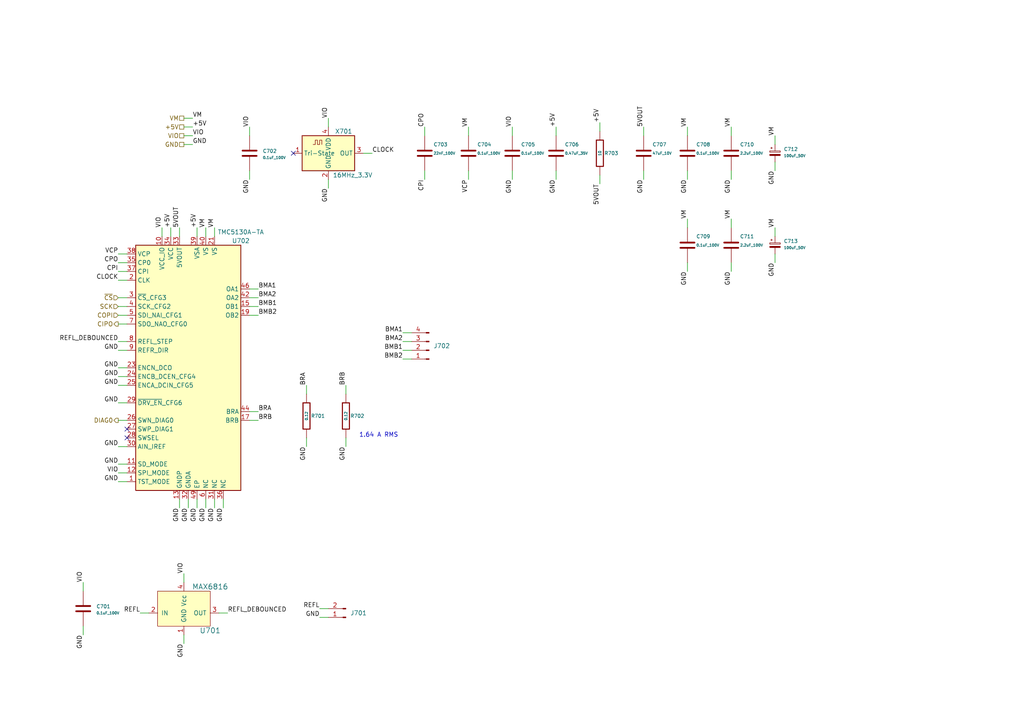
<source format=kicad_sch>
(kicad_sch (version 20230121) (generator eeschema)
  (paper "A4")
  (title_block (title "mouse-joystick-pcb") (date "2024-10-09") (rev "1.0") (company "Peter Polidoro"))
  (lib_symbols
    (symbol "Janelia:CP_100uF_50V_8x10.2mm" (pin_numbers hide) (pin_names (offset 0.254) hide)
      (property "Reference" "C" (at 0.254 1.778 0))
      (property "Value" "100uF_50V" (at 0 0 0))
      (symbol "CP_100uF_50V_8x10.2mm_0_1"
        (rectangle (start -1.524 -0.3048) (end 1.524 -0.6858) (fill (type outline)))
        (rectangle (start -1.524 0.6858) (end 1.524 0.3048))
        (polyline (pts (xy -1.27 1.524) (xy -0.762 1.524)))
        (polyline (pts (xy -1.016 1.27) (xy -1.016 1.778)))
      )
      (symbol "CP_100uF_50V_8x10.2mm_1_1"
        (pin passive line (at 0 2.54 270) (length 1.8542) (name "~") (number "1"))
        (pin passive line (at 0 -2.54 90) (length 1.8542) (name "~") (number "2"))
      )
    )
    (symbol "Janelia:C_0.1uF_100V_0402" (pin_numbers hide) (pin_names (offset 0.254))
      (property "Reference" "C" (at 0 2.54 0))
      (property "Value" "0.1uF_100V" (at 0 0 0))
      (symbol "C_0.1uF_100V_0402_0_1"
        (polyline (pts (xy -2.032 -0.762) (xy 2.032 -0.762)) (stroke (width 0.508)))
        (polyline (pts (xy -2.032 0.762) (xy 2.032 0.762)) (stroke (width 0.508)))
      )
      (symbol "C_0.1uF_100V_0402_1_1"
        (pin passive line (at 0 5.08 270) (length 4.318) (name "~") (number "1"))
        (pin passive line (at 0 -5.08 90) (length 4.318) (name "~") (number "2"))
      )
    )
    (symbol "Janelia:C_0.47uF_35V_0402" (pin_numbers hide) (pin_names (offset 0.254))
      (property "Reference" "C" (at 0 2.54 0))
      (property "Value" "0.47uF_35V" (at 0 0 0))
      (symbol "C_0.47uF_35V_0402_0_1"
        (polyline (pts (xy -2.032 -0.762) (xy 2.032 -0.762)) (stroke (width 0.508)))
        (polyline (pts (xy -2.032 0.762) (xy 2.032 0.762)) (stroke (width 0.508)))
      )
      (symbol "C_0.47uF_35V_0402_1_1"
        (pin passive line (at 0 5.08 270) (length 4.318) (name "~") (number "1"))
        (pin passive line (at 0 -5.08 90) (length 4.318) (name "~") (number "2"))
      )
    )
    (symbol "Janelia:C_2.2uF_100V_0805" (pin_numbers hide) (pin_names (offset 0.254))
      (property "Reference" "C" (at 0 2.54 0))
      (property "Value" "2.2uF_100V" (at 0 0 0))
      (symbol "C_2.2uF_100V_0805_0_1"
        (polyline (pts (xy -2.032 -0.762) (xy 2.032 -0.762)) (stroke (width 0.508)))
        (polyline (pts (xy -2.032 0.762) (xy 2.032 0.762)) (stroke (width 0.508)))
      )
      (symbol "C_2.2uF_100V_0805_1_1"
        (pin passive line (at 0 5.08 270) (length 4.318) (name "~") (number "1"))
        (pin passive line (at 0 -5.08 90) (length 4.318) (name "~") (number "2"))
      )
    )
    (symbol "Janelia:C_22nF_100V_0603" (pin_numbers hide) (pin_names (offset 0.254))
      (property "Reference" "C" (at 0 2.54 0))
      (property "Value" "22nF_100V" (at 0 0 0))
      (symbol "C_22nF_100V_0603_0_1"
        (polyline (pts (xy -2.032 -0.762) (xy 2.032 -0.762)) (stroke (width 0.508)))
        (polyline (pts (xy -2.032 0.762) (xy 2.032 0.762)) (stroke (width 0.508)))
      )
      (symbol "C_22nF_100V_0603_1_1"
        (pin passive line (at 0 5.08 270) (length 4.318) (name "~") (number "1"))
        (pin passive line (at 0 -5.08 90) (length 4.318) (name "~") (number "2"))
      )
    )
    (symbol "Janelia:C_47uF_10V_0805" (pin_numbers hide) (pin_names (offset 0.254))
      (property "Reference" "C" (at 0 2.54 0))
      (property "Value" "47uF_10V" (at 0 0 0))
      (symbol "C_47uF_10V_0805_0_1"
        (polyline (pts (xy -2.032 -0.762) (xy 2.032 -0.762)) (stroke (width 0.508)))
        (polyline (pts (xy -2.032 0.762) (xy 2.032 0.762)) (stroke (width 0.508)))
      )
      (symbol "C_47uF_10V_0805_1_1"
        (pin passive line (at 0 5.08 270) (length 4.318) (name "~") (number "1"))
        (pin passive line (at 0 -5.08 90) (length 4.318) (name "~") (number "2"))
      )
    )
    (symbol "Janelia:Conn_01x02_P3.5mm_TBH_Horizontal_Screw" (pin_names (offset 1.016) hide)
      (property "Reference" "J" (at -3.81 0 0))
      (symbol "Conn_01x02_P3.5mm_TBH_Horizontal_Screw_1_1"
        (polyline (pts (xy 1.27 -2.54) (xy 0.8636 -2.54)) (stroke (width 0.1524)))
        (polyline (pts (xy 1.27 0) (xy 0.8636 0)) (stroke (width 0.1524)))
        (rectangle (start 0.8636 -2.413) (end 0 -2.667) (stroke (width 0.1524)) (fill (type outline)))
        (rectangle (start 0.8636 0.127) (end 0 -0.127) (stroke (width 0.1524)) (fill (type outline)))
        (pin passive line (at 5.08 0 180) (length 3.81) (name "Pin_1") (number "1"))
        (pin passive line (at 5.08 -2.54 180) (length 3.81) (name "Pin_2") (number "2"))
      )
    )
    (symbol "Janelia:Conn_01x04_P3.5mm_TBH_Horizontal_Screw" (pin_names (offset 1.016) hide)
      (property "Reference" "J" (at -3.81 0 0))
      (symbol "Conn_01x04_P3.5mm_TBH_Horizontal_Screw_1_1"
        (polyline (pts (xy 1.27 -5.08) (xy 0.8636 -5.08)) (stroke (width 0.1524)))
        (polyline (pts (xy 1.27 -2.54) (xy 0.8636 -2.54)) (stroke (width 0.1524)))
        (polyline (pts (xy 1.27 0) (xy 0.8636 0)) (stroke (width 0.1524)))
        (polyline (pts (xy 1.27 2.54) (xy 0.8636 2.54)) (stroke (width 0.1524)))
        (rectangle (start 0.8636 -4.953) (end 0 -5.207) (stroke (width 0.1524)) (fill (type outline)))
        (rectangle (start 0.8636 -2.413) (end 0 -2.667) (stroke (width 0.1524)) (fill (type outline)))
        (rectangle (start 0.8636 0.127) (end 0 -0.127) (stroke (width 0.1524)) (fill (type outline)))
        (rectangle (start 0.8636 2.667) (end 0 2.413) (stroke (width 0.1524)) (fill (type outline)))
        (pin passive line (at 5.08 2.54 180) (length 3.81) (name "Pin_1") (number "1"))
        (pin passive line (at 5.08 0 180) (length 3.81) (name "Pin_2") (number "2"))
        (pin passive line (at 5.08 -2.54 180) (length 3.81) (name "Pin_3") (number "3"))
        (pin passive line (at 5.08 -5.08 180) (length 3.81) (name "Pin_4") (number "4"))
      )
    )
    (symbol "Janelia:MAX6816" (pin_names (offset 1.016))
      (property "Reference" "U" (at 7.62 -6.35 0))
      (property "Value" "MAX6816" (at 7.62 6.35 0))
      (symbol "MAX6816_1_1"
        (rectangle (start -7.62 5.08) (end 7.62 -5.08) (fill (type background)))
        (pin power_in line (at 0 -7.62 90) (length 2.54) (name "GND") (number "1"))
        (pin passive line (at -10.16 -1.27 0) (length 2.54) (name "IN") (number "2"))
        (pin output line (at 10.16 -1.27 180) (length 2.54) (name "OUT") (number "3"))
        (pin power_in line (at 0 7.62 270) (length 2.54) (name "Vcc") (number "4"))
      )
    )
    (symbol "Janelia:Oscillator_16MHz_3.3V"
      (property "Reference" "X" (at 1.905 6.35 0))
      (property "Value" "16MHz_3.3V" (at 1.27 -6.35 0))
      (symbol "Oscillator_16MHz_3.3V_0_1"
        (rectangle (start -7.62 5.08) (end 7.62 -5.08) (stroke (width 0.254)) (fill (type background)))
        (polyline (pts (xy -4.445 2.54) (xy -3.81 2.54) (xy -3.81 3.81) (xy -3.175 3.81) (xy -3.175 2.54) (xy -2.54 2.54) (xy -2.54 3.81) (xy -1.905 3.81) (xy -1.905 2.54)))
      )
      (symbol "Oscillator_16MHz_3.3V_1_1"
        (pin input line (at -10.16 0 0) (length 2.54) (name "Tri-State") (number "1"))
        (pin power_in line (at 0 -7.62 90) (length 2.54) (name "GND") (number "2"))
        (pin output line (at 10.16 0 180) (length 2.54) (name "OUT") (number "3"))
        (pin power_in line (at 0 7.62 270) (length 2.54) (name "VDD") (number "4"))
      )
    )
    (symbol "Janelia:R_0.12_750mW_1206_CS" (pin_numbers hide) (pin_names (offset 0))
      (property "Reference" "R" (at 2.032 0 90))
      (property "Value" "0.12" (at 0 0 90))
      (symbol "R_0.12_750mW_1206_CS_0_1"
        (rectangle (start -1.016 3.81) (end 1.016 -3.81) (stroke (width 0.3048)))
      )
      (symbol "R_0.12_750mW_1206_CS_1_1"
        (pin passive line (at 0 6.35 270) (length 2.54) (name "~") (number "1"))
        (pin passive line (at 0 -6.35 90) (length 2.54) (name "~") (number "2"))
      )
    )
    (symbol "Janelia:R_10_62.5mW_0402" (pin_numbers hide) (pin_names (offset 0))
      (property "Reference" "R" (at 2.032 0 90))
      (property "Value" "10" (at 0 0 90))
      (symbol "R_10_62.5mW_0402_0_1"
        (rectangle (start -1.016 3.81) (end 1.016 -3.81) (stroke (width 0.3048)))
      )
      (symbol "R_10_62.5mW_0402_1_1"
        (pin passive line (at 0 6.35 270) (length 2.54) (name "~") (number "1"))
        (pin passive line (at 0 -6.35 90) (length 2.54) (name "~") (number "2"))
      )
    )
    (symbol "Janelia:TMC5130A-TA"
      (property "Reference" "U" (at -11.43 38.1 0))
      (property "Value" "TMC5130A-TA" (at 11.43 38.1 0))
      (symbol "TMC5130A-TA_0_1"
        (rectangle (start -15.24 35.56) (end 15.24 -35.56) (stroke (width 0.254)) (fill (type background)))
      )
      (symbol "TMC5130A-TA_1_1"
        (pin input line (at -17.78 -33.02 0) (length 2.54) (name "TST_MODE") (number "1"))
        (pin power_in line (at -7.62 38.1 270) (length 2.54) (name "VCC_IO") (number "10"))
        (pin input line (at -17.78 -27.94 0) (length 2.54) (name "SD_MODE") (number "11"))
        (pin input line (at -17.78 -30.48 0) (length 2.54) (name "SPI_MODE") (number "12"))
        (pin power_in line (at -2.54 -38.1 90) (length 2.54) (name "GNDP") (number "13"))
        (pin no_connect line (at 15.24 12.7 180) (length 2.54) hide (name "DNC") (number "14"))
        (pin output line (at 17.78 17.78 180) (length 2.54) (name "OB1") (number "15"))
        (pin no_connect line (at 15.24 10.16 180) (length 2.54) hide (name "DNC") (number "16"))
        (pin passive line (at 17.78 -15.24 180) (length 2.54) (name "BRB") (number "17"))
        (pin no_connect line (at 15.24 7.62 180) (length 2.54) hide (name "DNC") (number "18"))
        (pin output line (at 17.78 15.24 180) (length 2.54) (name "OB2") (number "19"))
        (pin input line (at -17.78 25.4 0) (length 2.54) (name "CLK") (number "2"))
        (pin no_connect line (at 15.24 5.08 180) (length 2.54) hide (name "DNC") (number "20"))
        (pin power_in line (at 7.62 38.1 270) (length 2.54) (name "VS") (number "21"))
        (pin no_connect line (at 15.24 2.54 180) (length 2.54) hide (name "DNC") (number "22"))
        (pin bidirectional line (at -17.78 0 0) (length 2.54) (name "ENCN_DCO") (number "23"))
        (pin input line (at -17.78 -2.54 0) (length 2.54) (name "ENCB_DCEN_CFG4") (number "24"))
        (pin input line (at -17.78 -5.08 0) (length 2.54) (name "ENCA_DCIN_CFG5") (number "25"))
        (pin bidirectional line (at -17.78 -15.24 0) (length 2.54) (name "SWN_DIAG0") (number "26"))
        (pin bidirectional line (at -17.78 -17.78 0) (length 2.54) (name "SWP_DIAG1") (number "27"))
        (pin input line (at -17.78 -20.32 0) (length 2.54) (name "SWSEL") (number "28"))
        (pin input line (at -17.78 -10.16 0) (length 2.54) (name "~{DRV_EN}_CFG6") (number "29"))
        (pin input line (at -17.78 20.32 0) (length 2.54) (name "~{CS}_CFG3") (number "3"))
        (pin input line (at -17.78 -22.86 0) (length 2.54) (name "AIN_IREF") (number "30"))
        (pin passive line (at 7.62 -38.1 90) (length 2.54) (name "NC") (number "31"))
        (pin power_in line (at 0 -38.1 90) (length 2.54) (name "GNDA") (number "32"))
        (pin power_out line (at -2.54 38.1 270) (length 2.54) (name "5VOUT") (number "33"))
        (pin power_in line (at -5.08 38.1 270) (length 2.54) (name "VCC") (number "34"))
        (pin passive line (at -17.78 30.48 0) (length 2.54) (name "CP0") (number "35"))
        (pin passive line (at 10.16 -38.1 90) (length 2.54) (name "NC") (number "36"))
        (pin passive line (at -17.78 27.94 0) (length 2.54) (name "CPI") (number "37"))
        (pin passive line (at -17.78 33.02 0) (length 2.54) (name "VCP") (number "38"))
        (pin power_in line (at 2.54 38.1 270) (length 2.54) (name "VSA") (number "39"))
        (pin input line (at -17.78 17.78 0) (length 2.54) (name "SCK_CFG2") (number "4"))
        (pin power_in line (at 5.08 38.1 270) (length 2.54) (name "VS") (number "40"))
        (pin no_connect line (at 15.24 33.02 180) (length 2.54) hide (name "DNC") (number "41"))
        (pin output line (at 17.78 20.32 180) (length 2.54) (name "OA2") (number "42"))
        (pin no_connect line (at 15.24 30.48 180) (length 2.54) hide (name "DNC") (number "43"))
        (pin passive line (at 17.78 -12.7 180) (length 2.54) (name "BRA") (number "44"))
        (pin no_connect line (at 15.24 27.94 180) (length 2.54) hide (name "DNC") (number "45"))
        (pin output line (at 17.78 22.86 180) (length 2.54) (name "OA1") (number "46"))
        (pin no_connect line (at 15.24 25.4 180) (length 2.54) hide (name "DNC") (number "47"))
        (pin passive line (at -2.54 -38.1 90) (length 2.54) hide (name "GNDP") (number "48"))
        (pin power_in line (at 2.54 -38.1 90) (length 2.54) (name "EP") (number "49"))
        (pin input line (at -17.78 15.24 0) (length 2.54) (name "SDI_NAI_CFG1") (number "5"))
        (pin passive line (at 5.08 -38.1 90) (length 2.54) (name "NC") (number "6"))
        (pin bidirectional line (at -17.78 12.7 0) (length 2.54) (name "SDO_NAO_CFG0") (number "7"))
        (pin input line (at -17.78 7.62 0) (length 2.54) (name "REFL_STEP") (number "8"))
        (pin input line (at -17.78 5.08 0) (length 2.54) (name "REFR_DIR") (number "9"))
      )
    )
  )
  (no_connect (at 85.09 44.45))
  (no_connect (at 36.83 124.46))
  (no_connect (at 36.83 127))
  (wire (pts (xy 199.39 49.53) (xy 199.39 52.07)))
  (wire (pts (xy 173.99 50.8) (xy 173.99 53.34)))
  (wire (pts (xy 199.39 76.2) (xy 199.39 78.74)))
  (wire (pts (xy 36.83 116.84) (xy 34.29 116.84)))
  (wire (pts (xy 72.39 49.53) (xy 72.39 52.07)))
  (wire (pts (xy 224.79 46.99) (xy 224.79 49.53)))
  (wire (pts (xy 135.89 39.37) (xy 135.89 36.83)))
  (wire (pts (xy 36.83 111.76) (xy 34.29 111.76)))
  (wire (pts (xy 186.69 39.37) (xy 186.69 36.83)))
  (wire (pts (xy 53.34 168.91) (xy 53.34 166.37)))
  (wire (pts (xy 74.93 88.9) (xy 72.39 88.9)))
  (wire (pts (xy 224.79 68.58) (xy 224.79 66.04)))
  (wire (pts (xy 36.83 106.68) (xy 34.29 106.68)))
  (wire (pts (xy 24.13 171.45) (xy 24.13 168.91)))
  (wire (pts (xy 161.29 39.37) (xy 161.29 36.83)))
  (wire (pts (xy 212.09 49.53) (xy 212.09 52.07)))
  (wire (pts (xy 36.83 81.28) (xy 34.29 81.28)))
  (wire (pts (xy 224.79 73.66) (xy 224.79 76.2)))
  (wire (pts (xy 57.15 144.78) (xy 57.15 147.32)))
  (wire (pts (xy 173.99 38.1) (xy 173.99 35.56)))
  (wire (pts (xy 212.09 66.04) (xy 212.09 63.5)))
  (wire (pts (xy 52.07 68.58) (xy 52.07 66.04)))
  (wire (pts (xy 161.29 49.53) (xy 161.29 52.07)))
  (wire (pts (xy 212.09 39.37) (xy 212.09 36.83)))
  (wire (pts (xy 74.93 91.44) (xy 72.39 91.44)))
  (wire (pts (xy 54.61 144.78) (xy 54.61 147.32)))
  (wire (pts (xy 59.69 68.58) (xy 59.69 66.04)))
  (wire (pts (xy 62.23 68.58) (xy 62.23 66.04)))
  (wire (pts (xy 36.83 134.62) (xy 34.29 134.62)))
  (wire (pts (xy 88.9 127) (xy 88.9 129.54)))
  (wire (pts (xy 36.83 86.36) (xy 34.29 86.36)))
  (wire (pts (xy 36.83 137.16) (xy 34.29 137.16)))
  (wire (pts (xy 95.25 36.83) (xy 95.25 34.29)))
  (wire (pts (xy 53.34 34.29) (xy 55.88 34.29)))
  (wire (pts (xy 95.25 176.53) (xy 92.71 176.53)))
  (wire (pts (xy 116.84 104.14) (xy 119.38 104.14)))
  (wire (pts (xy 74.93 119.38) (xy 72.39 119.38)))
  (wire (pts (xy 36.83 73.66) (xy 34.29 73.66)))
  (wire (pts (xy 123.19 39.37) (xy 123.19 36.83)))
  (wire (pts (xy 148.59 39.37) (xy 148.59 36.83)))
  (wire (pts (xy 63.5 177.8) (xy 66.04 177.8)))
  (wire (pts (xy 36.83 93.98) (xy 34.29 93.98)))
  (wire (pts (xy 116.84 99.06) (xy 119.38 99.06)))
  (wire (pts (xy 212.09 76.2) (xy 212.09 78.74)))
  (wire (pts (xy 53.34 184.15) (xy 53.34 186.69)))
  (wire (pts (xy 36.83 99.06) (xy 34.29 99.06)))
  (wire (pts (xy 116.84 101.6) (xy 119.38 101.6)))
  (wire (pts (xy 36.83 139.7) (xy 34.29 139.7)))
  (wire (pts (xy 36.83 88.9) (xy 34.29 88.9)))
  (wire (pts (xy 135.89 49.53) (xy 135.89 52.07)))
  (wire (pts (xy 43.18 177.8) (xy 40.64 177.8)))
  (wire (pts (xy 95.25 52.07) (xy 95.25 54.61)))
  (wire (pts (xy 36.83 129.54) (xy 34.29 129.54)))
  (wire (pts (xy 199.39 39.37) (xy 199.39 36.83)))
  (wire (pts (xy 186.69 49.53) (xy 186.69 52.07)))
  (wire (pts (xy 36.83 121.92) (xy 34.29 121.92)))
  (wire (pts (xy 36.83 76.2) (xy 34.29 76.2)))
  (wire (pts (xy 88.9 111.76) (xy 88.9 114.3)))
  (wire (pts (xy 123.19 49.53) (xy 123.19 52.07)))
  (wire (pts (xy 53.34 41.91) (xy 55.88 41.91)))
  (wire (pts (xy 53.34 36.83) (xy 55.88 36.83)))
  (wire (pts (xy 199.39 66.04) (xy 199.39 63.5)))
  (wire (pts (xy 53.34 39.37) (xy 55.88 39.37)))
  (wire (pts (xy 74.93 86.36) (xy 72.39 86.36)))
  (wire (pts (xy 116.84 96.52) (xy 119.38 96.52)))
  (wire (pts (xy 24.13 181.61) (xy 24.13 184.15)))
  (wire (pts (xy 36.83 109.22) (xy 34.29 109.22)))
  (wire (pts (xy 59.69 144.78) (xy 59.69 147.32)))
  (wire (pts (xy 36.83 101.6) (xy 34.29 101.6)))
  (wire (pts (xy 105.41 44.45) (xy 107.95 44.45)))
  (wire (pts (xy 49.53 68.58) (xy 49.53 66.04)))
  (wire (pts (xy 74.93 121.92) (xy 72.39 121.92)))
  (wire (pts (xy 36.83 91.44) (xy 34.29 91.44)))
  (wire (pts (xy 36.83 78.74) (xy 34.29 78.74)))
  (wire (pts (xy 64.77 144.78) (xy 64.77 147.32)))
  (wire (pts (xy 100.33 111.76) (xy 100.33 114.3)))
  (wire (pts (xy 148.59 49.53) (xy 148.59 52.07)))
  (wire (pts (xy 74.93 83.82) (xy 72.39 83.82)))
  (wire (pts (xy 72.39 39.37) (xy 72.39 36.83)))
  (wire (pts (xy 57.15 68.58) (xy 57.15 66.04)))
  (wire (pts (xy 224.79 41.91) (xy 224.79 39.37)))
  (wire (pts (xy 46.99 68.58) (xy 46.99 66.04)))
  (wire (pts (xy 62.23 144.78) (xy 62.23 147.32)))
  (wire (pts (xy 100.33 127) (xy 100.33 129.54)))
  (wire (pts (xy 52.07 144.78) (xy 52.07 147.32)))
  (wire (pts (xy 95.25 179.07) (xy 92.71 179.07)))
  (text "1.64 A RMS\n" (at 104.14 127 0) (effects (font (size 1.27 1.27)) (justify left bottom)))
  (label "GND" (at 212.09 78.74 270))
  (label "GND" (at 148.59 52.07 270))
  (label "GND" (at 59.69 147.32 270))
  (label "VM" (at 135.89 36.83 90))
  (label "GND" (at 54.61 147.32 270))
  (label "GND" (at 88.9 129.54 270))
  (label "BRB" (at 100.33 111.76 90))
  (label "GND" (at 186.69 52.07 270))
  (label "REFL" (at 40.64 177.8 180))
  (label "GND" (at 34.29 111.76 180))
  (label "BMA1" (at 74.93 83.82 0))
  (label "CPO" (at 123.19 36.83 90))
  (label "BRA" (at 88.9 111.76 90))
  (label "5VOUT" (at 52.07 66.04 90))
  (label "GND" (at 52.07 147.32 270))
  (label "+5V" (at 55.88 36.83 0))
  (label "GND" (at 34.29 109.22 180))
  (label "BRB" (at 74.93 121.92 0))
  (label "GND" (at 212.09 52.07 270))
  (label "VIO" (at 46.99 66.04 90))
  (label "VIO" (at 72.39 36.83 90))
  (label "BMB1" (at 74.93 88.9 0))
  (label "VIO" (at 34.29 137.16 180))
  (label "CPO" (at 34.29 76.2 180))
  (label "+5V" (at 57.15 66.04 90))
  (label "REFL_DEBOUNCED" (at 66.04 177.8 0))
  (label "REFL" (at 92.71 176.53 180))
  (label "BMA2" (at 116.84 99.06 180))
  (label "CLOCK" (at 107.95 44.45 0))
  (label "GND" (at 95.25 54.61 270))
  (label "VM" (at 212.09 63.5 90))
  (label "REFL_DEBOUNCED" (at 34.29 99.06 180))
  (label "BMB2" (at 74.93 91.44 0))
  (label "BMB2" (at 116.84 104.14 180))
  (label "GND" (at 224.79 76.2 270))
  (label "GND" (at 24.13 184.15 270))
  (label "GND" (at 62.23 147.32 270))
  (label "VCP" (at 135.89 52.07 270))
  (label "VM" (at 55.88 34.29 0))
  (label "VIO" (at 24.13 168.91 90))
  (label "BMB1" (at 116.84 101.6 180))
  (label "GND" (at 224.79 49.53 270))
  (label "+5V" (at 49.53 66.04 90))
  (label "VIO" (at 95.25 34.29 90))
  (label "BRA" (at 74.93 119.38 0))
  (label "VM" (at 212.09 36.83 90))
  (label "BMA1" (at 116.84 96.52 180))
  (label "VM" (at 59.69 66.04 90))
  (label "GND" (at 34.29 139.7 180))
  (label "VIO" (at 53.34 166.37 90))
  (label "GND" (at 64.77 147.32 270))
  (label "VM" (at 224.79 66.04 90))
  (label "GND" (at 34.29 106.68 180))
  (label "GND" (at 72.39 52.07 270))
  (label "GND" (at 34.29 101.6 180))
  (label "GND" (at 92.71 179.07 180))
  (label "GND" (at 55.88 41.91 0))
  (label "+5V" (at 173.99 35.56 90))
  (label "VIO" (at 55.88 39.37 0))
  (label "VM" (at 199.39 36.83 90))
  (label "GND" (at 34.29 134.62 180))
  (label "CPI" (at 34.29 78.74 180))
  (label "BMA2" (at 74.93 86.36 0))
  (label "VCP" (at 34.29 73.66 180))
  (label "CPI" (at 123.19 52.07 270))
  (label "GND" (at 34.29 116.84 180))
  (label "GND" (at 199.39 78.74 270))
  (label "GND" (at 199.39 52.07 270))
  (label "GND" (at 53.34 186.69 270))
  (label "GND" (at 161.29 52.07 270))
  (label "VM" (at 62.23 66.04 90))
  (label "CLOCK" (at 34.29 81.28 180))
  (label "VM" (at 199.39 63.5 90))
  (label "+5V" (at 161.29 36.83 90))
  (label "GND" (at 34.29 129.54 180))
  (label "GND" (at 100.33 129.54 270))
  (label "5VOUT" (at 186.69 36.83 90))
  (label "5VOUT" (at 173.99 53.34 270))
  (label "GND" (at 57.15 147.32 270))
  (label "VIO" (at 148.59 36.83 90))
  (label "VM" (at 224.79 39.37 90))
  (hierarchical_label "~{CS}" (shape input) (at 34.29 86.36 180))
  (hierarchical_label "COPI" (shape input) (at 34.29 91.44 180))
  (hierarchical_label "GND" (shape passive) (at 53.34 41.91 180))
  (hierarchical_label "DIAG0" (shape output) (at 34.29 121.92 180))
  (hierarchical_label "VM" (shape passive) (at 53.34 34.29 180))
  (hierarchical_label "SCK" (shape input) (at 34.29 88.9 180))
  (hierarchical_label "CIPO" (shape output) (at 34.29 93.98 180))
  (hierarchical_label "VIO" (shape passive) (at 53.34 39.37 180))
  (hierarchical_label "+5V" (shape passive) (at 53.34 36.83 180))
  (symbol (lib_id "Janelia:Oscillator_16MHz_3.3V") (at 95.25 44.45 0) (unit 1)
    (property "Reference" "X701" (at 97.155 38.1 0) (effects (justify left)))
    (property "Value" "16MHz_3.3V" (at 96.52 50.8 0) (effects (justify left)))
    (property "Footprint" "Janelia:OSC_ECS-2520S33-160-FN-TR" (effects hide))
    (property "Synopsis" "XTAL OSC XO 16MHZ 3.3V HCMOS SMD" (effects hide))
    (property "Manufacturer" "ECS Inc." (effects hide))
    (property "Manufacturer Part Number" "ECS-2520S33-160-FN-TR" (effects hide))
    (property "Vendor" "Digi-Key" (effects hide))
    (property "Vendor Part Number" "XC2195CT-ND" (effects hide))
    (property "LCSC" "C2451298" (effects hide))
    (property "Package" "SMD2520-4P" (effects hide))
  )
  (symbol (lib_id "Janelia:C_0.1uF_100V_0402") (at 148.59 44.45 0) (unit 1)
    (property "Reference" "C705" (at 151.13 41.91 0) (effects (font (size 1.016 1.016)) (justify left)))
    (property "Value" "0.1uF_100V" (at 151.13 44.45 0) (effects (font (size 0.762 0.762)) (justify left)))
    (property "Footprint" "Janelia:C_0402_1005Metric" (effects hide))
    (property "Vendor" "Digi-Key" (effects hide))
    (property "Vendor Part Number" "490-10458-1-ND" (effects hide))
    (property "Manufacturer" "Murata Electronics" (effects hide))
    (property "Manufacturer Part Number" "GRM155R62A104KE14D" (effects hide))
    (property "Package" "0402" (effects hide))
    (property "Synopsis" "CAP CER 0.1UF 100V X5R" (effects hide))
    (property "LCSC" "C162178" (effects hide))
  )
  (symbol (lib_id "Janelia:C_0.1uF_100V_0402") (at 72.39 44.45 0) (unit 1)
    (property "Reference" "C702" (at 76.2 43.815 0) (effects (font (size 1.016 1.016)) (justify left)))
    (property "Value" "0.1uF_100V" (at 76.2 45.7199 0) (effects (font (size 0.762 0.762)) (justify left)))
    (property "Footprint" "Janelia:C_0402_1005Metric" (effects hide))
    (property "Vendor" "Digi-Key" (effects hide))
    (property "Vendor Part Number" "490-10458-1-ND" (effects hide))
    (property "Manufacturer" "Murata Electronics" (effects hide))
    (property "Manufacturer Part Number" "GRM155R62A104KE14D" (effects hide))
    (property "Package" "0402" (effects hide))
    (property "Synopsis" "CAP CER 0.1UF 100V X5R" (effects hide))
    (property "LCSC" "C162178" (effects hide))
  )
  (symbol (lib_id "Janelia:C_2.2uF_100V_0805") (at 212.09 44.45 0) (unit 1)
    (property "Reference" "C710" (at 214.63 41.91 0) (effects (font (size 1.016 1.016)) (justify left)))
    (property "Value" "2.2uF_100V" (at 214.63 44.45 0) (effects (font (size 0.762 0.762)) (justify left)))
    (property "Footprint" "Janelia:C_0805_2012Metric" (effects hide))
    (property "Vendor" "Digi-Key" (effects hide))
    (property "Vendor Part Number" "490-GRM21BD72A225KE01LCT-ND" (effects hide))
    (property "Package" "0805" (effects hide))
    (property "Manufacturer" "Murata Electronics" (effects hide))
    (property "Manufacturer Part Number" "GRM21BD72A225KE01L" (effects hide))
    (property "Synopsis" "CAP CER 2.2UF 100V X7T 0805" (effects hide))
    (property "LCSC" "C2981733" (effects hide))
  )
  (symbol (lib_id "Janelia:CP_100uF_50V_8x10.2mm") (at 224.79 44.45 0) (unit 1)
    (property "Reference" "C712" (at 227.33 43.2689 0) (effects (font (size 1.016 1.016)) (justify left)))
    (property "Value" "100uF_50V" (at 227.33 45.1738 0) (effects (font (size 0.762 0.762)) (justify left)))
    (property "Footprint" "Janelia:CAP_EEEHAH101UAP" (effects hide))
    (property "Vendor" "Digi-Key" (effects hide))
    (property "Vendor Part Number" "PCE4713CT-ND" (effects hide))
    (property "Synopsis" "CAP ALUM 100UF 20% 50V SMD" (effects hide))
    (property "Manufacturer" "Panasonic Electronic Components" (effects hide))
    (property "Manufacturer Part Number" "EEEHAH101UAP" (effects hide))
    (property "LCSC" "C336425" (effects hide))
    (property "Package" "SMD D8xL10.2mm" (effects hide))
  )
  (symbol (lib_id "Janelia:CP_100uF_50V_8x10.2mm") (at 224.79 71.12 0) (unit 1)
    (property "Reference" "C713" (at 227.33 69.9389 0) (effects (font (size 1.016 1.016)) (justify left)))
    (property "Value" "100uF_50V" (at 227.33 71.8438 0) (effects (font (size 0.762 0.762)) (justify left)))
    (property "Footprint" "Janelia:CAP_EEEHAH101UAP" (effects hide))
    (property "Vendor" "Digi-Key" (effects hide))
    (property "Vendor Part Number" "PCE4713CT-ND" (effects hide))
    (property "Synopsis" "CAP ALUM 100UF 20% 50V SMD" (effects hide))
    (property "Manufacturer" "Panasonic Electronic Components" (effects hide))
    (property "Manufacturer Part Number" "EEEHAH101UAP" (effects hide))
    (property "LCSC" "C336425" (effects hide))
    (property "Package" "SMD D8xL10.2mm" (effects hide))
  )
  (symbol (lib_id "Janelia:C_47uF_10V_0805") (at 186.69 44.45 0) (unit 1)
    (property "Reference" "C707" (at 189.23 41.91 0) (effects (font (size 1.016 1.016)) (justify left)))
    (property "Value" "47uF_10V" (at 189.23 44.45 0) (effects (font (size 0.762 0.762)) (justify left)))
    (property "Footprint" "Janelia:C_0805_2012Metric" (effects hide))
    (property "Vendor" "Digi-Key" (effects hide))
    (property "Vendor Part Number" "445-8239-1-ND" (effects hide))
    (property "Package" "0805" (effects hide))
    (property "Manufacturer" "TDK Corporation" (effects hide))
    (property "Manufacturer Part Number" "C2012X5R1A476M125AC" (effects hide))
    (property "Synopsis" "CAP CER 47UF 10V X5R" (effects hide))
    (property "LCSC" "C2182652" (effects hide))
  )
  (symbol (lib_id "Janelia:C_2.2uF_100V_0805") (at 212.09 71.12 0) (unit 1)
    (property "Reference" "C711" (at 214.63 68.58 0) (effects (font (size 1.016 1.016)) (justify left)))
    (property "Value" "2.2uF_100V" (at 214.63 71.12 0) (effects (font (size 0.762 0.762)) (justify left)))
    (property "Footprint" "Janelia:C_0805_2012Metric" (effects hide))
    (property "Vendor" "Digi-Key" (effects hide))
    (property "Vendor Part Number" "490-GRM21BD72A225KE01LCT-ND" (effects hide))
    (property "Package" "0805" (effects hide))
    (property "Manufacturer" "Murata Electronics" (effects hide))
    (property "Manufacturer Part Number" "GRM21BD72A225KE01L" (effects hide))
    (property "Synopsis" "CAP CER 2.2UF 100V X7T 0805" (effects hide))
    (property "LCSC" "C2981733" (effects hide))
  )
  (symbol (lib_id "Janelia:C_22nF_100V_0603") (at 123.19 44.45 0) (unit 1)
    (property "Reference" "C703" (at 125.73 41.91 0) (effects (font (size 1.016 1.016)) (justify left)))
    (property "Value" "22nF_100V" (at 125.73 44.45 0) (effects (font (size 0.762 0.762)) (justify left)))
    (property "Footprint" "Janelia:C_0603_1608Metric" (effects hide))
    (property "Vendor" "Digi-Key" (effects hide))
    (property "Vendor Part Number" "490-4782-1-ND" (effects hide))
    (property "Manufacturer" "Murata Electronics" (effects hide))
    (property "Manufacturer Part Number" "GCM188R72A223KA37D" (effects hide))
    (property "Package" "0603" (effects hide))
    (property "Synopsis" "CAP CER 0.022UF 100V X7R" (effects hide))
    (property "LCSC" "C161234" (effects hide))
  )
  (symbol (lib_id "Janelia:Conn_01x04_P3.5mm_TBH_Horizontal_Screw") (at 124.46 101.6 180) (unit 1)
    (property "Reference" "J702" (at 125.73 100.33 0) (effects (justify right)))
    (property "Value" "Conn_01x04_P3.5mm_TBH_Horizontal_Screw" (effects hide))
    (property "Footprint" "Janelia:PhoenixContact_MC_1,5_4-G-3.5_1x04_P3.50mm_Horizontal_Screw" (effects hide))
    (property "Manufacturer" "Phoenix Contact" (effects hide))
    (property "Manufacturer Part Number" "1844236" (effects hide))
    (property "Synopsis" "TERM BLOCK HDR 4POS 90DEG 3.5MM" (effects hide))
    (property "Vendor" "Digi-Key" (effects hide))
    (property "Vendor Part Number" "277-2419-ND" (effects hide))
    (property "Sim.Enable" "0" (effects hide))
    (property "LCSC" "C480590" (effects hide))
    (property "Package" "Push-Pull P=3.5mm" (effects hide))
  )
  (symbol (lib_id "Janelia:C_0.1uF_100V_0402") (at 135.89 44.45 0) (unit 1)
    (property "Reference" "C704" (at 138.43 41.91 0) (effects (font (size 1.016 1.016)) (justify left)))
    (property "Value" "0.1uF_100V" (at 138.43 44.45 0) (effects (font (size 0.762 0.762)) (justify left)))
    (property "Footprint" "Janelia:C_0402_1005Metric" (effects hide))
    (property "Vendor" "Digi-Key" (effects hide))
    (property "Vendor Part Number" "490-10458-1-ND" (effects hide))
    (property "Manufacturer" "Murata Electronics" (effects hide))
    (property "Manufacturer Part Number" "GRM155R62A104KE14D" (effects hide))
    (property "Package" "0402" (effects hide))
    (property "Synopsis" "CAP CER 0.1UF 100V X5R" (effects hide))
    (property "LCSC" "C162178" (effects hide))
  )
  (symbol (lib_id "Janelia:C_0.47uF_35V_0402") (at 161.29 44.45 0) (unit 1)
    (property "Reference" "C706" (at 163.83 41.91 0) (effects (font (size 1.016 1.016)) (justify left)))
    (property "Value" "0.47uF_35V" (at 163.83 44.45 0) (effects (font (size 0.762 0.762)) (justify left)))
    (property "Footprint" "Janelia:C_0402_1005Metric" (effects hide))
    (property "Vendor" "Digi-Key" (effects hide))
    (property "Vendor Part Number" "490-12273-1-ND" (effects hide))
    (property "Package" "0402" (effects hide))
    (property "Manufacturer" "Murata Electronics" (effects hide))
    (property "Manufacturer Part Number" "GRT155R6YA474KE01D" (effects hide))
    (property "Synopsis" "CAP CER 0.47UF 35V X5R" (effects hide))
    (property "LCSC" "C711580" (effects hide))
  )
  (symbol (lib_id "Janelia:TMC5130A-TA") (at 54.61 106.68 0) (unit 1)
    (property "Reference" "U702" (at 69.85 69.85 0))
    (property "Value" "TMC5130A-TA" (at 69.85 67.31 0))
    (property "Footprint" "Janelia:TQFP-48-1EP_7x7mm_P0.5mm_EP5x5mm_ThermalVias" (effects hide))
    (property "Datasheet" "https://www.analog.com/media/en/technical-documentation/data-sheets/TMC5130A_datasheet_rev1.20.pdf" (effects hide))
    (property "Synopsis" "IC MTR DRV BIPOLAR 5.5-46V" (effects hide))
    (property "Manufacturer" "Analog Devices Inc./Maxim Integrated" (effects hide))
    (property "Manufacturer Part Number" "TMC5130A-TA" (effects hide))
    (property "Vendor" "Digi-Key" (effects hide))
    (property "Vendor Part Number" "175-TMC5130A-TA-ND" (effects hide))
    (property "LCSC" "C188832" (effects hide))
    (property "Package" "TQFP-48-EP(7x7)" (effects hide))
  )
  (symbol (lib_id "Janelia:MAX6816") (at 53.34 176.53 0) (unit 1)
    (property "Reference" "U701" (at 60.96 182.88 0) (effects (font (size 1.524 1.524))))
    (property "Value" "MAX6816" (at 60.96 170.18 0) (effects (font (size 1.524 1.524))))
    (property "Footprint" "Janelia:SOT192P237X122-4N" (effects hide))
    (property "Package" "SOT-143" (effects hide))
    (property "Manufacturer" "Analog Devices Inc./Maxim Integrated" (effects hide))
    (property "Manufacturer Part Number" "MAX6816EUS+T" (effects hide))
    (property "Vendor" "Digi-Key" (effects hide))
    (property "Vendor Part Number" "MAX6816EUS+TCT-ND" (effects hide))
    (property "Sim.Enable" "0" (effects hide))
    (property "Synopsis" "IC SWITCH DEBOUNCER" (effects hide))
    (property "LCSC" "C41637" (effects hide))
  )
  (symbol (lib_id "Janelia:R_10_62.5mW_0402") (at 173.99 44.45 0) (unit 1)
    (property "Reference" "R703" (at 175.26 44.45 0) (effects (font (size 1.016 1.016)) (justify left)))
    (property "Value" "10" (at 173.99 44.45 90) (effects (font (size 0.762 0.762))))
    (property "Footprint" "Janelia:R_0402_1005Metric" (effects hide))
    (property "Vendor" "JLCPCB" (effects hide))
    (property "Synopsis" "RES SMD 10 OHM 1% 62.5mW" (effects hide))
    (property "Package" "0402" (effects hide))
    (property "Manufacturer" "YAGEO" (effects hide))
    (property "Manufacturer Part Number" "RC0402FR-0710RL" (effects hide))
    (property "LCSC" "C138066" (effects hide))
  )
  (symbol (lib_id "Janelia:C_0.1uF_100V_0402") (at 199.39 44.45 0) (unit 1)
    (property "Reference" "C708" (at 201.93 41.91 0) (effects (font (size 1.016 1.016)) (justify left)))
    (property "Value" "0.1uF_100V" (at 201.93 44.45 0) (effects (font (size 0.762 0.762)) (justify left)))
    (property "Footprint" "Janelia:C_0402_1005Metric" (effects hide))
    (property "Vendor" "Digi-Key" (effects hide))
    (property "Vendor Part Number" "490-10458-1-ND" (effects hide))
    (property "Manufacturer" "Murata Electronics" (effects hide))
    (property "Manufacturer Part Number" "GRM155R62A104KE14D" (effects hide))
    (property "Package" "0402" (effects hide))
    (property "Synopsis" "CAP CER 0.1UF 100V X5R" (effects hide))
    (property "LCSC" "C162178" (effects hide))
  )
  (symbol (lib_id "Janelia:C_0.1uF_100V_0402") (at 24.13 176.53 0) (unit 1)
    (property "Reference" "C701" (at 27.94 175.895 0) (effects (font (size 1.016 1.016)) (justify left)))
    (property "Value" "0.1uF_100V" (at 27.94 177.7999 0) (effects (font (size 0.762 0.762)) (justify left)))
    (property "Footprint" "Janelia:C_0402_1005Metric" (effects hide))
    (property "Vendor" "Digi-Key" (effects hide))
    (property "Vendor Part Number" "490-10458-1-ND" (effects hide))
    (property "Manufacturer" "Murata Electronics" (effects hide))
    (property "Manufacturer Part Number" "GRM155R62A104KE14D" (effects hide))
    (property "Package" "0402" (effects hide))
    (property "Synopsis" "CAP CER 0.1UF 100V X5R" (effects hide))
    (property "LCSC" "C162178" (effects hide))
  )
  (symbol (lib_id "Janelia:R_0.12_750mW_1206_CS") (at 88.9 120.65 0) (unit 1)
    (property "Reference" "R701" (at 90.17 120.65 0) (effects (font (size 1.016 1.016)) (justify left)))
    (property "Value" "0.12" (at 88.9 120.65 90) (effects (font (size 0.762 0.762))))
    (property "Footprint" "Janelia:R_1206_3216Metric" (effects hide))
    (property "Vendor" "JLCPCB" (effects hide))
    (property "Vendor Part Number" "C2076122" (effects hide))
    (property "Synopsis" "0.12 750mW Current Sense Resistor" (effects hide))
    (property "Package" "1206" (effects hide))
    (property "Manufacturer" "SUSUMU" (effects hide))
    (property "Manufacturer Part Number" "KRL1632E-M-R120-F-T5" (effects hide))
    (property "LCSC" "C2076122" (effects hide))
  )
  (symbol (lib_id "Janelia:Conn_01x02_P3.5mm_TBH_Horizontal_Screw") (at 100.33 179.07 180) (unit 1)
    (property "Reference" "J701" (at 101.6 177.8 0) (effects (justify right)))
    (property "Value" "Conn_01x02_P3.5mm_TBH_Horizontal_Screw" (effects hide))
    (property "Footprint" "Janelia:PhoenixContact_MC_1,5_2-G-3.5_1x02_P3.50mm_Horizontal_Screw" (effects hide))
    (property "Manufacturer" "Phoenix Contact" (effects hide))
    (property "Manufacturer Part Number" "1844210" (effects hide))
    (property "Synopsis" "TERM BLOCK HDR 2POS 90DEG 3.5MM" (effects hide))
    (property "Vendor" "Digi-Key" (effects hide))
    (property "Vendor Part Number" "277-2416-ND" (effects hide))
    (property "Sim.Enable" "0" (effects hide))
    (property "Package" "Plugin P=3.5mm" (effects hide))
    (property "LCSC" "C3584780" (effects hide))
  )
  (symbol (lib_id "Janelia:C_0.1uF_100V_0402") (at 199.39 71.12 0) (unit 1)
    (property "Reference" "C709" (at 201.93 68.58 0) (effects (font (size 1.016 1.016)) (justify left)))
    (property "Value" "0.1uF_100V" (at 201.93 71.12 0) (effects (font (size 0.762 0.762)) (justify left)))
    (property "Footprint" "Janelia:C_0402_1005Metric" (effects hide))
    (property "Vendor" "Digi-Key" (effects hide))
    (property "Vendor Part Number" "490-10458-1-ND" (effects hide))
    (property "Manufacturer" "Murata Electronics" (effects hide))
    (property "Manufacturer Part Number" "GRM155R62A104KE14D" (effects hide))
    (property "Package" "0402" (effects hide))
    (property "Synopsis" "CAP CER 0.1UF 100V X5R" (effects hide))
    (property "LCSC" "C162178" (effects hide))
  )
  (symbol (lib_id "Janelia:R_0.12_750mW_1206_CS") (at 100.33 120.65 0) (unit 1)
    (property "Reference" "R702" (at 101.6 120.65 0) (effects (font (size 1.016 1.016)) (justify left)))
    (property "Value" "0.12" (at 100.33 120.65 90) (effects (font (size 0.762 0.762))))
    (property "Footprint" "Janelia:R_1206_3216Metric" (effects hide))
    (property "Vendor" "JLCPCB" (effects hide))
    (property "Vendor Part Number" "C2076122" (effects hide))
    (property "Synopsis" "0.12 750mW Current Sense Resistor" (effects hide))
    (property "Package" "1206" (effects hide))
    (property "Manufacturer" "SUSUMU" (effects hide))
    (property "Manufacturer Part Number" "KRL1632E-M-R120-F-T5" (effects hide))
    (property "LCSC" "C2076122" (effects hide))
  )
)
</source>
